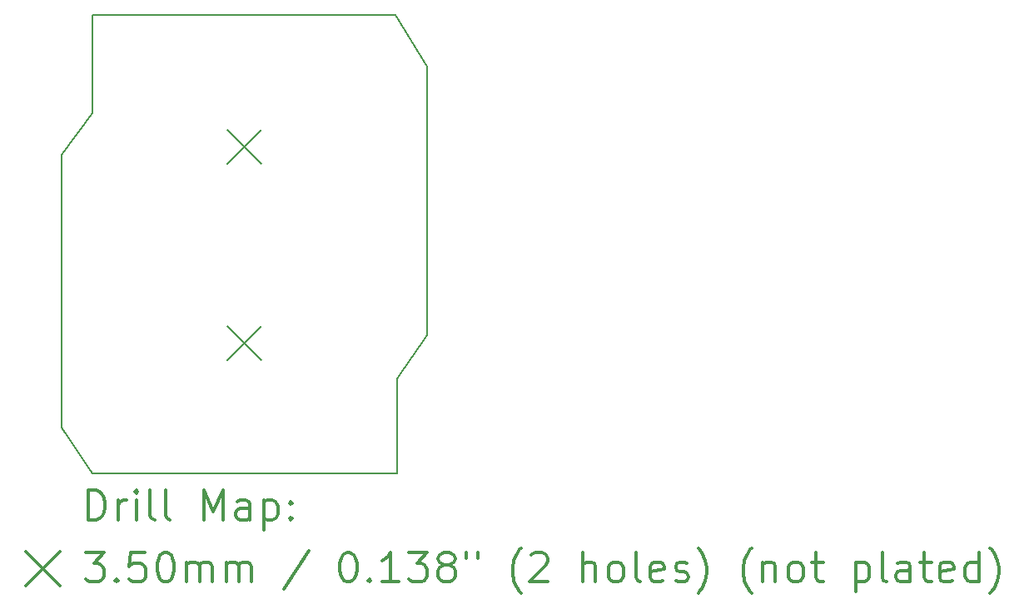
<source format=gbr>
%FSLAX45Y45*%
G04 Gerber Fmt 4.5, Leading zero omitted, Abs format (unit mm)*
G04 Created by KiCad (PCBNEW 5.1.4) date 2020-01-08 09:33:54*
%MOMM*%
%LPD*%
G04 APERTURE LIST*
%ADD10C,0.200000*%
%ADD11C,0.300000*%
G04 APERTURE END LIST*
D10*
X19595000Y-10910000D02*
X19900000Y-10470000D01*
X19595000Y-11870000D02*
X19595000Y-10910000D01*
X16180000Y-11410000D02*
X16495000Y-11870000D01*
X16495000Y-8210000D02*
X16180000Y-8630000D01*
X16495000Y-7210000D02*
X16495000Y-8210000D01*
X19575000Y-7210000D02*
X19900000Y-7730000D01*
X19575000Y-7210000D02*
X16495000Y-7210000D01*
X16180000Y-8630000D02*
X16180000Y-11410000D01*
X16495000Y-11870000D02*
X19595000Y-11870000D01*
X19900000Y-10470000D02*
X19900000Y-7730000D01*
D10*
X17869000Y-8372000D02*
X18219000Y-8722000D01*
X18219000Y-8372000D02*
X17869000Y-8722000D01*
X17869000Y-10372000D02*
X18219000Y-10722000D01*
X18219000Y-10372000D02*
X17869000Y-10722000D01*
D11*
X16456428Y-12345714D02*
X16456428Y-12045714D01*
X16527857Y-12045714D01*
X16570714Y-12060000D01*
X16599286Y-12088571D01*
X16613571Y-12117143D01*
X16627857Y-12174286D01*
X16627857Y-12217143D01*
X16613571Y-12274286D01*
X16599286Y-12302857D01*
X16570714Y-12331429D01*
X16527857Y-12345714D01*
X16456428Y-12345714D01*
X16756428Y-12345714D02*
X16756428Y-12145714D01*
X16756428Y-12202857D02*
X16770714Y-12174286D01*
X16785000Y-12160000D01*
X16813571Y-12145714D01*
X16842143Y-12145714D01*
X16942143Y-12345714D02*
X16942143Y-12145714D01*
X16942143Y-12045714D02*
X16927857Y-12060000D01*
X16942143Y-12074286D01*
X16956428Y-12060000D01*
X16942143Y-12045714D01*
X16942143Y-12074286D01*
X17127857Y-12345714D02*
X17099286Y-12331429D01*
X17085000Y-12302857D01*
X17085000Y-12045714D01*
X17285000Y-12345714D02*
X17256428Y-12331429D01*
X17242143Y-12302857D01*
X17242143Y-12045714D01*
X17627857Y-12345714D02*
X17627857Y-12045714D01*
X17727857Y-12260000D01*
X17827857Y-12045714D01*
X17827857Y-12345714D01*
X18099286Y-12345714D02*
X18099286Y-12188571D01*
X18085000Y-12160000D01*
X18056428Y-12145714D01*
X17999286Y-12145714D01*
X17970714Y-12160000D01*
X18099286Y-12331429D02*
X18070714Y-12345714D01*
X17999286Y-12345714D01*
X17970714Y-12331429D01*
X17956428Y-12302857D01*
X17956428Y-12274286D01*
X17970714Y-12245714D01*
X17999286Y-12231429D01*
X18070714Y-12231429D01*
X18099286Y-12217143D01*
X18242143Y-12145714D02*
X18242143Y-12445714D01*
X18242143Y-12160000D02*
X18270714Y-12145714D01*
X18327857Y-12145714D01*
X18356428Y-12160000D01*
X18370714Y-12174286D01*
X18385000Y-12202857D01*
X18385000Y-12288571D01*
X18370714Y-12317143D01*
X18356428Y-12331429D01*
X18327857Y-12345714D01*
X18270714Y-12345714D01*
X18242143Y-12331429D01*
X18513571Y-12317143D02*
X18527857Y-12331429D01*
X18513571Y-12345714D01*
X18499286Y-12331429D01*
X18513571Y-12317143D01*
X18513571Y-12345714D01*
X18513571Y-12160000D02*
X18527857Y-12174286D01*
X18513571Y-12188571D01*
X18499286Y-12174286D01*
X18513571Y-12160000D01*
X18513571Y-12188571D01*
X15820000Y-12665000D02*
X16170000Y-13015000D01*
X16170000Y-12665000D02*
X15820000Y-13015000D01*
X16427857Y-12675714D02*
X16613571Y-12675714D01*
X16513571Y-12790000D01*
X16556428Y-12790000D01*
X16585000Y-12804286D01*
X16599286Y-12818571D01*
X16613571Y-12847143D01*
X16613571Y-12918571D01*
X16599286Y-12947143D01*
X16585000Y-12961429D01*
X16556428Y-12975714D01*
X16470714Y-12975714D01*
X16442143Y-12961429D01*
X16427857Y-12947143D01*
X16742143Y-12947143D02*
X16756428Y-12961429D01*
X16742143Y-12975714D01*
X16727857Y-12961429D01*
X16742143Y-12947143D01*
X16742143Y-12975714D01*
X17027857Y-12675714D02*
X16885000Y-12675714D01*
X16870714Y-12818571D01*
X16885000Y-12804286D01*
X16913571Y-12790000D01*
X16985000Y-12790000D01*
X17013571Y-12804286D01*
X17027857Y-12818571D01*
X17042143Y-12847143D01*
X17042143Y-12918571D01*
X17027857Y-12947143D01*
X17013571Y-12961429D01*
X16985000Y-12975714D01*
X16913571Y-12975714D01*
X16885000Y-12961429D01*
X16870714Y-12947143D01*
X17227857Y-12675714D02*
X17256428Y-12675714D01*
X17285000Y-12690000D01*
X17299286Y-12704286D01*
X17313571Y-12732857D01*
X17327857Y-12790000D01*
X17327857Y-12861429D01*
X17313571Y-12918571D01*
X17299286Y-12947143D01*
X17285000Y-12961429D01*
X17256428Y-12975714D01*
X17227857Y-12975714D01*
X17199286Y-12961429D01*
X17185000Y-12947143D01*
X17170714Y-12918571D01*
X17156428Y-12861429D01*
X17156428Y-12790000D01*
X17170714Y-12732857D01*
X17185000Y-12704286D01*
X17199286Y-12690000D01*
X17227857Y-12675714D01*
X17456428Y-12975714D02*
X17456428Y-12775714D01*
X17456428Y-12804286D02*
X17470714Y-12790000D01*
X17499286Y-12775714D01*
X17542143Y-12775714D01*
X17570714Y-12790000D01*
X17585000Y-12818571D01*
X17585000Y-12975714D01*
X17585000Y-12818571D02*
X17599286Y-12790000D01*
X17627857Y-12775714D01*
X17670714Y-12775714D01*
X17699286Y-12790000D01*
X17713571Y-12818571D01*
X17713571Y-12975714D01*
X17856428Y-12975714D02*
X17856428Y-12775714D01*
X17856428Y-12804286D02*
X17870714Y-12790000D01*
X17899286Y-12775714D01*
X17942143Y-12775714D01*
X17970714Y-12790000D01*
X17985000Y-12818571D01*
X17985000Y-12975714D01*
X17985000Y-12818571D02*
X17999286Y-12790000D01*
X18027857Y-12775714D01*
X18070714Y-12775714D01*
X18099286Y-12790000D01*
X18113571Y-12818571D01*
X18113571Y-12975714D01*
X18699286Y-12661429D02*
X18442143Y-13047143D01*
X19085000Y-12675714D02*
X19113571Y-12675714D01*
X19142143Y-12690000D01*
X19156428Y-12704286D01*
X19170714Y-12732857D01*
X19185000Y-12790000D01*
X19185000Y-12861429D01*
X19170714Y-12918571D01*
X19156428Y-12947143D01*
X19142143Y-12961429D01*
X19113571Y-12975714D01*
X19085000Y-12975714D01*
X19056428Y-12961429D01*
X19042143Y-12947143D01*
X19027857Y-12918571D01*
X19013571Y-12861429D01*
X19013571Y-12790000D01*
X19027857Y-12732857D01*
X19042143Y-12704286D01*
X19056428Y-12690000D01*
X19085000Y-12675714D01*
X19313571Y-12947143D02*
X19327857Y-12961429D01*
X19313571Y-12975714D01*
X19299286Y-12961429D01*
X19313571Y-12947143D01*
X19313571Y-12975714D01*
X19613571Y-12975714D02*
X19442143Y-12975714D01*
X19527857Y-12975714D02*
X19527857Y-12675714D01*
X19499286Y-12718571D01*
X19470714Y-12747143D01*
X19442143Y-12761429D01*
X19713571Y-12675714D02*
X19899286Y-12675714D01*
X19799286Y-12790000D01*
X19842143Y-12790000D01*
X19870714Y-12804286D01*
X19885000Y-12818571D01*
X19899286Y-12847143D01*
X19899286Y-12918571D01*
X19885000Y-12947143D01*
X19870714Y-12961429D01*
X19842143Y-12975714D01*
X19756428Y-12975714D01*
X19727857Y-12961429D01*
X19713571Y-12947143D01*
X20070714Y-12804286D02*
X20042143Y-12790000D01*
X20027857Y-12775714D01*
X20013571Y-12747143D01*
X20013571Y-12732857D01*
X20027857Y-12704286D01*
X20042143Y-12690000D01*
X20070714Y-12675714D01*
X20127857Y-12675714D01*
X20156428Y-12690000D01*
X20170714Y-12704286D01*
X20185000Y-12732857D01*
X20185000Y-12747143D01*
X20170714Y-12775714D01*
X20156428Y-12790000D01*
X20127857Y-12804286D01*
X20070714Y-12804286D01*
X20042143Y-12818571D01*
X20027857Y-12832857D01*
X20013571Y-12861429D01*
X20013571Y-12918571D01*
X20027857Y-12947143D01*
X20042143Y-12961429D01*
X20070714Y-12975714D01*
X20127857Y-12975714D01*
X20156428Y-12961429D01*
X20170714Y-12947143D01*
X20185000Y-12918571D01*
X20185000Y-12861429D01*
X20170714Y-12832857D01*
X20156428Y-12818571D01*
X20127857Y-12804286D01*
X20299286Y-12675714D02*
X20299286Y-12732857D01*
X20413571Y-12675714D02*
X20413571Y-12732857D01*
X20856428Y-13090000D02*
X20842143Y-13075714D01*
X20813571Y-13032857D01*
X20799286Y-13004286D01*
X20785000Y-12961429D01*
X20770714Y-12890000D01*
X20770714Y-12832857D01*
X20785000Y-12761429D01*
X20799286Y-12718571D01*
X20813571Y-12690000D01*
X20842143Y-12647143D01*
X20856428Y-12632857D01*
X20956428Y-12704286D02*
X20970714Y-12690000D01*
X20999286Y-12675714D01*
X21070714Y-12675714D01*
X21099286Y-12690000D01*
X21113571Y-12704286D01*
X21127857Y-12732857D01*
X21127857Y-12761429D01*
X21113571Y-12804286D01*
X20942143Y-12975714D01*
X21127857Y-12975714D01*
X21485000Y-12975714D02*
X21485000Y-12675714D01*
X21613571Y-12975714D02*
X21613571Y-12818571D01*
X21599286Y-12790000D01*
X21570714Y-12775714D01*
X21527857Y-12775714D01*
X21499286Y-12790000D01*
X21485000Y-12804286D01*
X21799286Y-12975714D02*
X21770714Y-12961429D01*
X21756428Y-12947143D01*
X21742143Y-12918571D01*
X21742143Y-12832857D01*
X21756428Y-12804286D01*
X21770714Y-12790000D01*
X21799286Y-12775714D01*
X21842143Y-12775714D01*
X21870714Y-12790000D01*
X21885000Y-12804286D01*
X21899286Y-12832857D01*
X21899286Y-12918571D01*
X21885000Y-12947143D01*
X21870714Y-12961429D01*
X21842143Y-12975714D01*
X21799286Y-12975714D01*
X22070714Y-12975714D02*
X22042143Y-12961429D01*
X22027857Y-12932857D01*
X22027857Y-12675714D01*
X22299286Y-12961429D02*
X22270714Y-12975714D01*
X22213571Y-12975714D01*
X22185000Y-12961429D01*
X22170714Y-12932857D01*
X22170714Y-12818571D01*
X22185000Y-12790000D01*
X22213571Y-12775714D01*
X22270714Y-12775714D01*
X22299286Y-12790000D01*
X22313571Y-12818571D01*
X22313571Y-12847143D01*
X22170714Y-12875714D01*
X22427857Y-12961429D02*
X22456428Y-12975714D01*
X22513571Y-12975714D01*
X22542143Y-12961429D01*
X22556428Y-12932857D01*
X22556428Y-12918571D01*
X22542143Y-12890000D01*
X22513571Y-12875714D01*
X22470714Y-12875714D01*
X22442143Y-12861429D01*
X22427857Y-12832857D01*
X22427857Y-12818571D01*
X22442143Y-12790000D01*
X22470714Y-12775714D01*
X22513571Y-12775714D01*
X22542143Y-12790000D01*
X22656428Y-13090000D02*
X22670714Y-13075714D01*
X22699286Y-13032857D01*
X22713571Y-13004286D01*
X22727857Y-12961429D01*
X22742143Y-12890000D01*
X22742143Y-12832857D01*
X22727857Y-12761429D01*
X22713571Y-12718571D01*
X22699286Y-12690000D01*
X22670714Y-12647143D01*
X22656428Y-12632857D01*
X23199286Y-13090000D02*
X23185000Y-13075714D01*
X23156428Y-13032857D01*
X23142143Y-13004286D01*
X23127857Y-12961429D01*
X23113571Y-12890000D01*
X23113571Y-12832857D01*
X23127857Y-12761429D01*
X23142143Y-12718571D01*
X23156428Y-12690000D01*
X23185000Y-12647143D01*
X23199286Y-12632857D01*
X23313571Y-12775714D02*
X23313571Y-12975714D01*
X23313571Y-12804286D02*
X23327857Y-12790000D01*
X23356428Y-12775714D01*
X23399286Y-12775714D01*
X23427857Y-12790000D01*
X23442143Y-12818571D01*
X23442143Y-12975714D01*
X23627857Y-12975714D02*
X23599286Y-12961429D01*
X23585000Y-12947143D01*
X23570714Y-12918571D01*
X23570714Y-12832857D01*
X23585000Y-12804286D01*
X23599286Y-12790000D01*
X23627857Y-12775714D01*
X23670714Y-12775714D01*
X23699286Y-12790000D01*
X23713571Y-12804286D01*
X23727857Y-12832857D01*
X23727857Y-12918571D01*
X23713571Y-12947143D01*
X23699286Y-12961429D01*
X23670714Y-12975714D01*
X23627857Y-12975714D01*
X23813571Y-12775714D02*
X23927857Y-12775714D01*
X23856428Y-12675714D02*
X23856428Y-12932857D01*
X23870714Y-12961429D01*
X23899286Y-12975714D01*
X23927857Y-12975714D01*
X24256428Y-12775714D02*
X24256428Y-13075714D01*
X24256428Y-12790000D02*
X24285000Y-12775714D01*
X24342143Y-12775714D01*
X24370714Y-12790000D01*
X24385000Y-12804286D01*
X24399286Y-12832857D01*
X24399286Y-12918571D01*
X24385000Y-12947143D01*
X24370714Y-12961429D01*
X24342143Y-12975714D01*
X24285000Y-12975714D01*
X24256428Y-12961429D01*
X24570714Y-12975714D02*
X24542143Y-12961429D01*
X24527857Y-12932857D01*
X24527857Y-12675714D01*
X24813571Y-12975714D02*
X24813571Y-12818571D01*
X24799286Y-12790000D01*
X24770714Y-12775714D01*
X24713571Y-12775714D01*
X24685000Y-12790000D01*
X24813571Y-12961429D02*
X24785000Y-12975714D01*
X24713571Y-12975714D01*
X24685000Y-12961429D01*
X24670714Y-12932857D01*
X24670714Y-12904286D01*
X24685000Y-12875714D01*
X24713571Y-12861429D01*
X24785000Y-12861429D01*
X24813571Y-12847143D01*
X24913571Y-12775714D02*
X25027857Y-12775714D01*
X24956428Y-12675714D02*
X24956428Y-12932857D01*
X24970714Y-12961429D01*
X24999286Y-12975714D01*
X25027857Y-12975714D01*
X25242143Y-12961429D02*
X25213571Y-12975714D01*
X25156428Y-12975714D01*
X25127857Y-12961429D01*
X25113571Y-12932857D01*
X25113571Y-12818571D01*
X25127857Y-12790000D01*
X25156428Y-12775714D01*
X25213571Y-12775714D01*
X25242143Y-12790000D01*
X25256428Y-12818571D01*
X25256428Y-12847143D01*
X25113571Y-12875714D01*
X25513571Y-12975714D02*
X25513571Y-12675714D01*
X25513571Y-12961429D02*
X25485000Y-12975714D01*
X25427857Y-12975714D01*
X25399286Y-12961429D01*
X25385000Y-12947143D01*
X25370714Y-12918571D01*
X25370714Y-12832857D01*
X25385000Y-12804286D01*
X25399286Y-12790000D01*
X25427857Y-12775714D01*
X25485000Y-12775714D01*
X25513571Y-12790000D01*
X25627857Y-13090000D02*
X25642143Y-13075714D01*
X25670714Y-13032857D01*
X25685000Y-13004286D01*
X25699286Y-12961429D01*
X25713571Y-12890000D01*
X25713571Y-12832857D01*
X25699286Y-12761429D01*
X25685000Y-12718571D01*
X25670714Y-12690000D01*
X25642143Y-12647143D01*
X25627857Y-12632857D01*
M02*

</source>
